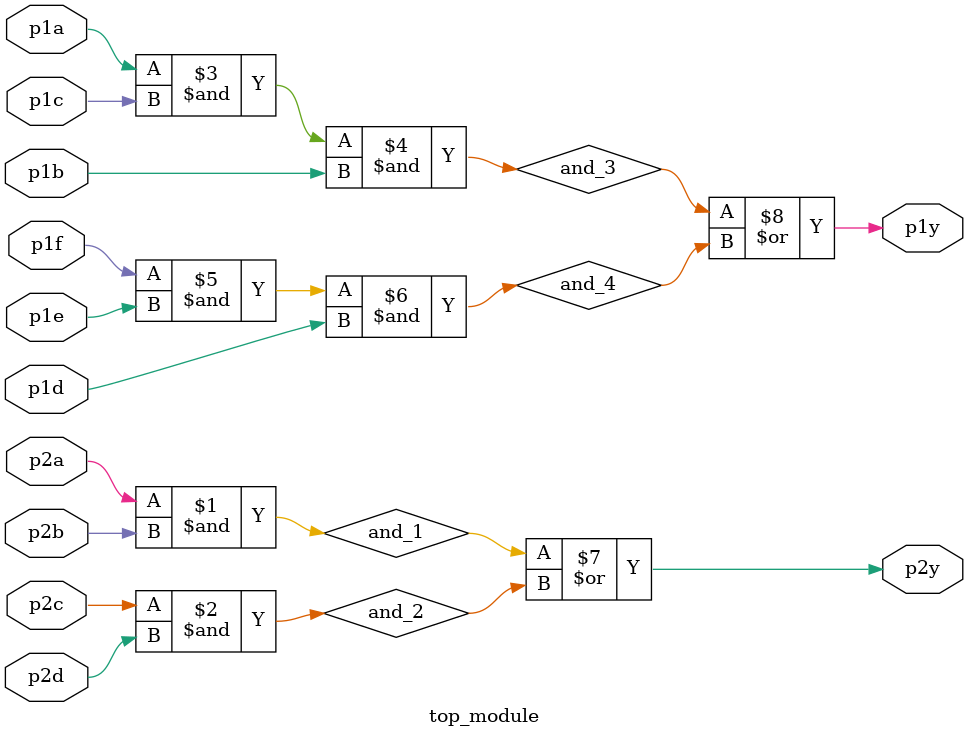
<source format=v>
module top_module ( 
    input p1a, p1b, p1c, p1d, p1e, p1f,
    output p1y,
    input p2a, p2b, p2c, p2d,
    output p2y );
	
    wire and_1;
    wire and_2;
   	wire and_3;
    wire and_4;
    
    assign and_1 = p2a & p2b;
    assign and_2 = p2c & p2d;
    
    assign and_3 = p1a & p1c & p1b;
    assign and_4 = p1f & p1e & p1d;
    
    assign p2y = and_1 | and_2;
    assign p1y = and_3 | and_4;

endmodule

</source>
